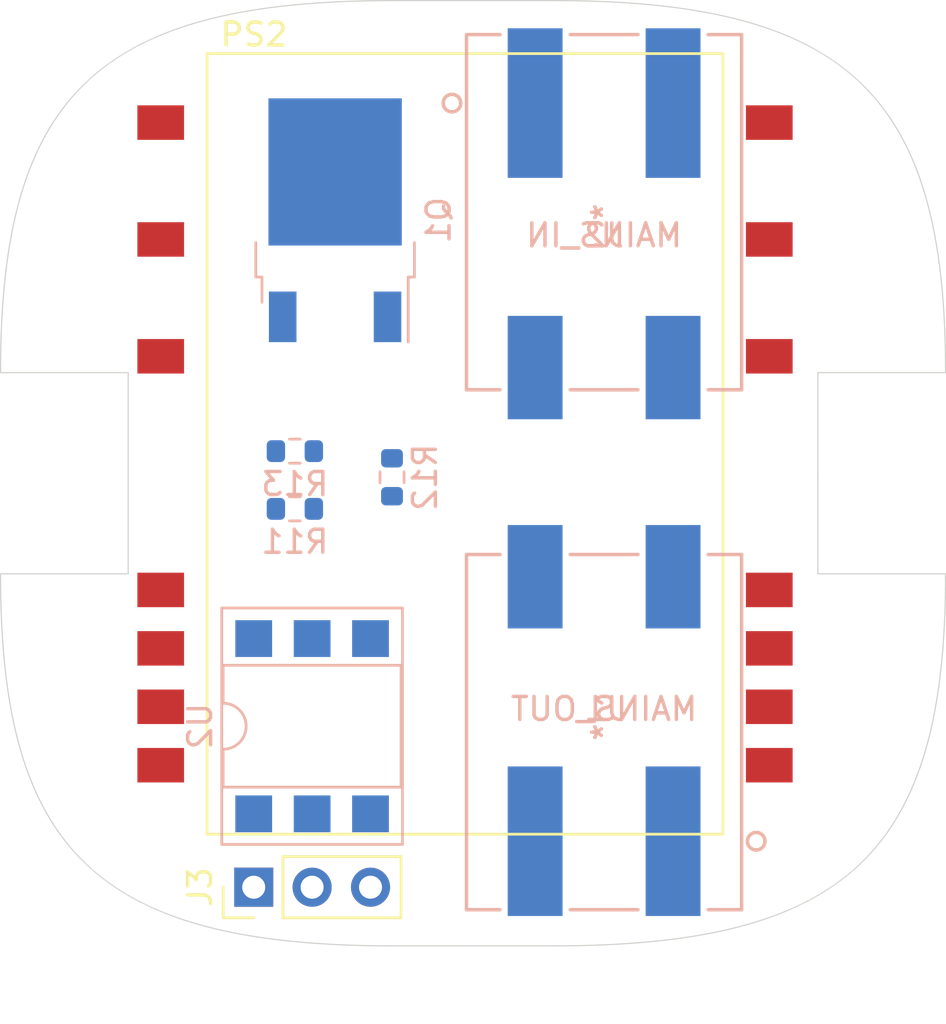
<source format=kicad_pcb>
(kicad_pcb (version 20171130) (host pcbnew 5.1.9-73d0e3b20d~88~ubuntu20.04.1)

  (general
    (thickness 1.6)
    (drawings 16)
    (tracks 0)
    (zones 0)
    (modules 9)
    (nets 13)
  )

  (page A4)
  (layers
    (0 F.Cu signal)
    (31 B.Cu signal)
    (32 B.Adhes user)
    (33 F.Adhes user)
    (34 B.Paste user)
    (35 F.Paste user)
    (36 B.SilkS user)
    (37 F.SilkS user)
    (38 B.Mask user)
    (39 F.Mask user)
    (40 Dwgs.User user)
    (41 Cmts.User user)
    (42 Eco1.User user)
    (43 Eco2.User user)
    (44 Edge.Cuts user)
    (45 Margin user)
    (46 B.CrtYd user)
    (47 F.CrtYd user)
    (48 B.Fab user)
    (49 F.Fab user)
  )

  (setup
    (last_trace_width 0.25)
    (user_trace_width 0.5)
    (user_trace_width 1.2)
    (trace_clearance 0.2)
    (zone_clearance 0.508)
    (zone_45_only no)
    (trace_min 0.2)
    (via_size 0.8)
    (via_drill 0.4)
    (via_min_size 0.4)
    (via_min_drill 0.3)
    (uvia_size 0.3)
    (uvia_drill 0.1)
    (uvias_allowed no)
    (uvia_min_size 0.2)
    (uvia_min_drill 0.1)
    (edge_width 0.05)
    (segment_width 0.2)
    (pcb_text_width 0.3)
    (pcb_text_size 1.5 1.5)
    (mod_edge_width 0.12)
    (mod_text_size 1 1)
    (mod_text_width 0.15)
    (pad_size 1 1)
    (pad_drill 0)
    (pad_to_mask_clearance 0.051)
    (solder_mask_min_width 0.25)
    (aux_axis_origin 0 0)
    (grid_origin 78.3 43.85)
    (visible_elements FFFFFF7F)
    (pcbplotparams
      (layerselection 0x010fc_ffffffff)
      (usegerberextensions false)
      (usegerberattributes false)
      (usegerberadvancedattributes false)
      (creategerberjobfile false)
      (excludeedgelayer true)
      (linewidth 0.100000)
      (plotframeref false)
      (viasonmask false)
      (mode 1)
      (useauxorigin false)
      (hpglpennumber 1)
      (hpglpenspeed 20)
      (hpglpendiameter 15.000000)
      (psnegative false)
      (psa4output false)
      (plotreference true)
      (plotvalue true)
      (plotinvisibletext false)
      (padsonsilk false)
      (subtractmaskfromsilk false)
      (outputformat 1)
      (mirror false)
      (drillshape 1)
      (scaleselection 1)
      (outputdirectory ""))
  )

  (net 0 "")
  (net 1 GND)
  (net 2 +3V3)
  (net 3 "Net-(J1-Pad2)")
  (net 4 "Net-(J1-Pad1)")
  (net 5 "Net-(J2-Pad2)")
  (net 6 "Net-(Q1-Pad3)")
  (net 7 "Net-(R11-Pad2)")
  (net 8 "Net-(R12-Pad2)")
  (net 9 /AC_PWR_CTL)
  (net 10 "Net-(R13-Pad1)")
  (net 11 "Net-(U2-Pad3)")
  (net 12 "Net-(U2-Pad5)")

  (net_class Default "This is the default net class."
    (clearance 0.2)
    (trace_width 0.25)
    (via_dia 0.8)
    (via_drill 0.4)
    (uvia_dia 0.3)
    (uvia_drill 0.1)
    (add_net +3V3)
    (add_net /AC_PWR_CTL)
    (add_net GND)
    (add_net "Net-(J1-Pad1)")
    (add_net "Net-(J1-Pad2)")
    (add_net "Net-(J2-Pad2)")
    (add_net "Net-(Q1-Pad3)")
    (add_net "Net-(R11-Pad2)")
    (add_net "Net-(R12-Pad2)")
    (add_net "Net-(R13-Pad1)")
    (add_net "Net-(U2-Pad3)")
    (add_net "Net-(U2-Pad5)")
  )

  (module Package_DIP:DIP-6_W7.62mm_SMDSocket_SmallPads (layer B.Cu) (tedit 5A02E8C5) (tstamp 6033E0D9)
    (at 71.3 54.85 270)
    (descr "6-lead though-hole mounted DIP package, row spacing 7.62 mm (300 mils), SMDSocket, SmallPads")
    (tags "THT DIP DIL PDIP 2.54mm 7.62mm 300mil SMDSocket SmallPads")
    (path /5FF89C09)
    (attr smd)
    (fp_text reference U2 (at 0 4.87 270) (layer B.SilkS)
      (effects (font (size 1 1) (thickness 0.15)) (justify mirror))
    )
    (fp_text value MOC3033M (at 0 -4.87 270) (layer B.Fab)
      (effects (font (size 1 1) (thickness 0.15)) (justify mirror))
    )
    (fp_line (start -2.175 3.81) (end 3.175 3.81) (layer B.Fab) (width 0.1))
    (fp_line (start 3.175 3.81) (end 3.175 -3.81) (layer B.Fab) (width 0.1))
    (fp_line (start 3.175 -3.81) (end -3.175 -3.81) (layer B.Fab) (width 0.1))
    (fp_line (start -3.175 -3.81) (end -3.175 2.81) (layer B.Fab) (width 0.1))
    (fp_line (start -3.175 2.81) (end -2.175 3.81) (layer B.Fab) (width 0.1))
    (fp_line (start -5.08 3.87) (end -5.08 -3.87) (layer B.Fab) (width 0.1))
    (fp_line (start -5.08 -3.87) (end 5.08 -3.87) (layer B.Fab) (width 0.1))
    (fp_line (start 5.08 -3.87) (end 5.08 3.87) (layer B.Fab) (width 0.1))
    (fp_line (start 5.08 3.87) (end -5.08 3.87) (layer B.Fab) (width 0.1))
    (fp_line (start -1 3.87) (end -2.65 3.87) (layer B.SilkS) (width 0.12))
    (fp_line (start -2.65 3.87) (end -2.65 -3.87) (layer B.SilkS) (width 0.12))
    (fp_line (start -2.65 -3.87) (end 2.65 -3.87) (layer B.SilkS) (width 0.12))
    (fp_line (start 2.65 -3.87) (end 2.65 3.87) (layer B.SilkS) (width 0.12))
    (fp_line (start 2.65 3.87) (end 1 3.87) (layer B.SilkS) (width 0.12))
    (fp_line (start -5.14 3.93) (end -5.14 -3.93) (layer B.SilkS) (width 0.12))
    (fp_line (start -5.14 -3.93) (end 5.14 -3.93) (layer B.SilkS) (width 0.12))
    (fp_line (start 5.14 -3.93) (end 5.14 3.93) (layer B.SilkS) (width 0.12))
    (fp_line (start 5.14 3.93) (end -5.14 3.93) (layer B.SilkS) (width 0.12))
    (fp_line (start -5.35 4.15) (end -5.35 -4.15) (layer B.CrtYd) (width 0.05))
    (fp_line (start -5.35 -4.15) (end 5.35 -4.15) (layer B.CrtYd) (width 0.05))
    (fp_line (start 5.35 -4.15) (end 5.35 4.15) (layer B.CrtYd) (width 0.05))
    (fp_line (start 5.35 4.15) (end -5.35 4.15) (layer B.CrtYd) (width 0.05))
    (fp_text user %R (at 0 0 270) (layer B.Fab)
      (effects (font (size 1 1) (thickness 0.15)) (justify mirror))
    )
    (fp_arc (start 0 3.87) (end -1 3.87) (angle 180) (layer B.SilkS) (width 0.12))
    (pad 6 smd rect (at 3.81 2.54 270) (size 1.6 1.6) (layers B.Cu B.Paste B.Mask)
      (net 7 "Net-(R11-Pad2)"))
    (pad 3 smd rect (at -3.81 -2.54 270) (size 1.6 1.6) (layers B.Cu B.Paste B.Mask)
      (net 11 "Net-(U2-Pad3)"))
    (pad 5 smd rect (at 3.81 0 270) (size 1.6 1.6) (layers B.Cu B.Paste B.Mask)
      (net 12 "Net-(U2-Pad5)"))
    (pad 2 smd rect (at -3.81 0 270) (size 1.6 1.6) (layers B.Cu B.Paste B.Mask)
      (net 1 GND))
    (pad 4 smd rect (at 3.81 -2.54 270) (size 1.6 1.6) (layers B.Cu B.Paste B.Mask)
      (net 8 "Net-(R12-Pad2)"))
    (pad 1 smd rect (at -3.81 2.54 270) (size 1.6 1.6) (layers B.Cu B.Paste B.Mask)
      (net 10 "Net-(R13-Pad1)"))
    (model ${KISYS3DMOD}/Package_DIP.3dshapes/DIP-6_W7.62mm_SMDSocket.wrl
      (at (xyz 0 0 0))
      (scale (xyz 1 1 1))
      (rotate (xyz 0 0 0))
    )
  )

  (module WAGO_2061_602:2061-602_998-404 (layer B.Cu) (tedit 0) (tstamp 6033B652)
    (at 84 32.5)
    (path /60566CFC)
    (fp_text reference J2 (at 0 1.006551 180) (layer B.SilkS)
      (effects (font (size 1 1) (thickness 0.15)) (justify mirror))
    )
    (fp_text value MAINS_IN (at 0 1.006551 180) (layer B.SilkS)
      (effects (font (size 1 1) (thickness 0.15)) (justify mirror))
    )
    (fp_line (start -1.473462 -7.7216) (end 1.473462 -7.7216) (layer B.SilkS) (width 0.1524))
    (fp_line (start 4.526542 -7.7216) (end 5.9817 -7.7216) (layer B.SilkS) (width 0.1524))
    (fp_line (start -4.526542 7.7216) (end -5.9817 7.7216) (layer B.SilkS) (width 0.1524))
    (fp_line (start 1.473462 7.7216) (end -1.473462 7.7216) (layer B.SilkS) (width 0.1524))
    (fp_line (start -5.9817 -7.7216) (end -4.526542 -7.7216) (layer B.SilkS) (width 0.1524))
    (fp_line (start 5.9817 -7.7216) (end 5.9817 7.7216) (layer B.SilkS) (width 0.1524))
    (fp_line (start 5.9817 7.7216) (end 4.526542 7.7216) (layer B.SilkS) (width 0.1524))
    (fp_line (start -5.9817 7.7216) (end -5.9817 -7.7216) (layer B.SilkS) (width 0.1524))
    (fp_line (start -5.8547 -7.5946) (end 5.8547 -7.5946) (layer B.Fab) (width 0.1524))
    (fp_line (start 5.8547 -7.5946) (end 5.8547 7.5946) (layer B.Fab) (width 0.1524))
    (fp_line (start 5.8547 7.5946) (end -5.8547 7.5946) (layer B.Fab) (width 0.1524))
    (fp_line (start -5.8547 7.5946) (end -5.8547 -7.5946) (layer B.Fab) (width 0.1524))
    (fp_line (start 4.408351 -7.795766) (end 6.009775 -7.795766) (layer B.CrtYd) (width 0.1524))
    (fp_line (start 6.009775 -7.795766) (end 6.009778 7.795764) (layer B.CrtYd) (width 0.1524))
    (fp_line (start 6.009778 7.795764) (end 4.312936 7.795764) (layer B.CrtYd) (width 0.1524))
    (fp_line (start 4.312936 7.795764) (end 4.312936 9.228777) (layer B.CrtYd) (width 0.1524))
    (fp_line (start 4.312936 9.228777) (end 1.687067 9.228777) (layer B.CrtYd) (width 0.1524))
    (fp_line (start 1.687067 9.228777) (end -4.439936 9.228777) (layer B.CrtYd) (width 0.1524))
    (fp_line (start -4.439936 9.228777) (end -4.439936 9.228777) (layer B.CrtYd) (width 0.1524))
    (fp_line (start -4.439936 9.228777) (end -4.439936 9.228777) (layer B.CrtYd) (width 0.1524))
    (fp_line (start -4.439936 9.228777) (end -4.439936 9.228777) (layer B.CrtYd) (width 0.1524))
    (fp_line (start -4.439936 9.228777) (end -4.439936 7.795764) (layer B.CrtYd) (width 0.1524))
    (fp_line (start -4.439936 7.795764) (end -6.009778 7.795764) (layer B.CrtYd) (width 0.1524))
    (fp_line (start -6.009778 7.795764) (end -6.009778 -7.795763) (layer B.CrtYd) (width 0.1524))
    (fp_line (start -6.009778 -7.795763) (end -4.408352 -7.795764) (layer B.CrtYd) (width 0.1524))
    (fp_line (start -4.408352 -7.795764) (end -4.408352 -8.233082) (layer B.CrtYd) (width 0.1524))
    (fp_line (start -4.408352 -8.233082) (end -1.718652 -8.233083) (layer B.CrtYd) (width 0.1524))
    (fp_line (start -1.718652 -8.233083) (end 4.408351 -8.233083) (layer B.CrtYd) (width 0.1524))
    (fp_line (start 4.408351 -8.233083) (end 4.408351 -8.233083) (layer B.CrtYd) (width 0.1524))
    (fp_line (start 4.408351 -8.233083) (end 4.408351 -8.233083) (layer B.CrtYd) (width 0.1524))
    (fp_line (start 4.408351 -8.233083) (end 4.408351 -8.233083) (layer B.CrtYd) (width 0.1524))
    (fp_line (start 4.408351 -8.233083) (end 4.408351 -7.795766) (layer B.CrtYd) (width 0.1524))
    (fp_circle (center -6.6167 -4.743448) (end -6.2357 -4.743448) (layer B.SilkS) (width 0.1524))
    (fp_circle (center -6.6167 -4.743448) (end -6.2357 -4.743448) (layer F.SilkS) (width 0.1524))
    (fp_circle (center -3.000002 1.006551) (end -2.619002 1.006551) (layer B.Fab) (width 0.1524))
    (fp_text user * (at 0 0 270) (layer B.Fab)
      (effects (font (size 1 1) (thickness 0.15)) (justify mirror))
    )
    (fp_text user * (at 0 0 270) (layer B.SilkS)
      (effects (font (size 1 1) (thickness 0.15)) (justify mirror))
    )
    (fp_text user "Copyright 2016 Accelerated Designs. All rights reserved." (at 0 0 180) (layer Cmts.User)
      (effects (font (size 0.127 0.127) (thickness 0.002)))
    )
    (pad 4 smd rect (at 3.000002 6.75655 180) (size 2.3876 4.4958) (layers B.Cu B.Paste B.Mask))
    (pad 3 smd rect (at -3.000002 6.75655 180) (size 2.3876 4.4958) (layers B.Cu B.Paste B.Mask))
    (pad 2 smd rect (at 3.000002 -4.743448 180) (size 2.3876 6.5024) (layers B.Cu B.Paste B.Mask)
      (net 5 "Net-(J2-Pad2)"))
    (pad 1 smd rect (at -3.000002 -4.743448 180) (size 2.3876 6.5024) (layers B.Cu B.Paste B.Mask)
      (net 4 "Net-(J1-Pad1)"))
    (model ${KIPRJMOD}/../../../utilities/kicad-libs/WAGO_2061_602/WAGO_2061_602.models/2061-602_998-404.stp
      (offset (xyz 5.85 -7.3 0))
      (scale (xyz 1 1 1))
      (rotate (xyz -90 0 90))
    )
  )

  (module WAGO_2061_602:2061-602_998-404 (layer B.Cu) (tedit 0) (tstamp 6033B55E)
    (at 84 55.106552 180)
    (path /6056342F)
    (fp_text reference J1 (at 0 1.006551 180) (layer B.SilkS)
      (effects (font (size 1 1) (thickness 0.15)) (justify mirror))
    )
    (fp_text value MAINS_OUT (at 0 1.006551 180) (layer B.SilkS)
      (effects (font (size 1 1) (thickness 0.15)) (justify mirror))
    )
    (fp_line (start -1.473462 -7.7216) (end 1.473462 -7.7216) (layer B.SilkS) (width 0.1524))
    (fp_line (start 4.526542 -7.7216) (end 5.9817 -7.7216) (layer B.SilkS) (width 0.1524))
    (fp_line (start -4.526542 7.7216) (end -5.9817 7.7216) (layer B.SilkS) (width 0.1524))
    (fp_line (start 1.473462 7.7216) (end -1.473462 7.7216) (layer B.SilkS) (width 0.1524))
    (fp_line (start -5.9817 -7.7216) (end -4.526542 -7.7216) (layer B.SilkS) (width 0.1524))
    (fp_line (start 5.9817 -7.7216) (end 5.9817 7.7216) (layer B.SilkS) (width 0.1524))
    (fp_line (start 5.9817 7.7216) (end 4.526542 7.7216) (layer B.SilkS) (width 0.1524))
    (fp_line (start -5.9817 7.7216) (end -5.9817 -7.7216) (layer B.SilkS) (width 0.1524))
    (fp_line (start -5.8547 -7.5946) (end 5.8547 -7.5946) (layer B.Fab) (width 0.1524))
    (fp_line (start 5.8547 -7.5946) (end 5.8547 7.5946) (layer B.Fab) (width 0.1524))
    (fp_line (start 5.8547 7.5946) (end -5.8547 7.5946) (layer B.Fab) (width 0.1524))
    (fp_line (start -5.8547 7.5946) (end -5.8547 -7.5946) (layer B.Fab) (width 0.1524))
    (fp_line (start 4.408351 -7.795766) (end 6.009775 -7.795766) (layer B.CrtYd) (width 0.1524))
    (fp_line (start 6.009775 -7.795766) (end 6.009778 7.795764) (layer B.CrtYd) (width 0.1524))
    (fp_line (start 6.009778 7.795764) (end 4.312936 7.795764) (layer B.CrtYd) (width 0.1524))
    (fp_line (start 4.312936 7.795764) (end 4.312936 9.228777) (layer B.CrtYd) (width 0.1524))
    (fp_line (start 4.312936 9.228777) (end 1.687067 9.228777) (layer B.CrtYd) (width 0.1524))
    (fp_line (start 1.687067 9.228777) (end -4.439936 9.228777) (layer B.CrtYd) (width 0.1524))
    (fp_line (start -4.439936 9.228777) (end -4.439936 9.228777) (layer B.CrtYd) (width 0.1524))
    (fp_line (start -4.439936 9.228777) (end -4.439936 9.228777) (layer B.CrtYd) (width 0.1524))
    (fp_line (start -4.439936 9.228777) (end -4.439936 9.228777) (layer B.CrtYd) (width 0.1524))
    (fp_line (start -4.439936 9.228777) (end -4.439936 7.795764) (layer B.CrtYd) (width 0.1524))
    (fp_line (start -4.439936 7.795764) (end -6.009778 7.795764) (layer B.CrtYd) (width 0.1524))
    (fp_line (start -6.009778 7.795764) (end -6.009778 -7.795763) (layer B.CrtYd) (width 0.1524))
    (fp_line (start -6.009778 -7.795763) (end -4.408352 -7.795764) (layer B.CrtYd) (width 0.1524))
    (fp_line (start -4.408352 -7.795764) (end -4.408352 -8.233082) (layer B.CrtYd) (width 0.1524))
    (fp_line (start -4.408352 -8.233082) (end -1.718652 -8.233083) (layer B.CrtYd) (width 0.1524))
    (fp_line (start -1.718652 -8.233083) (end 4.408351 -8.233083) (layer B.CrtYd) (width 0.1524))
    (fp_line (start 4.408351 -8.233083) (end 4.408351 -8.233083) (layer B.CrtYd) (width 0.1524))
    (fp_line (start 4.408351 -8.233083) (end 4.408351 -8.233083) (layer B.CrtYd) (width 0.1524))
    (fp_line (start 4.408351 -8.233083) (end 4.408351 -8.233083) (layer B.CrtYd) (width 0.1524))
    (fp_line (start 4.408351 -8.233083) (end 4.408351 -7.795766) (layer B.CrtYd) (width 0.1524))
    (fp_circle (center -6.6167 -4.743448) (end -6.2357 -4.743448) (layer B.SilkS) (width 0.1524))
    (fp_circle (center -6.6167 -4.743448) (end -6.2357 -4.743448) (layer F.SilkS) (width 0.1524))
    (fp_circle (center -3.000002 1.006551) (end -2.619002 1.006551) (layer B.Fab) (width 0.1524))
    (fp_text user * (at 0 0 -90) (layer B.Fab)
      (effects (font (size 1 1) (thickness 0.15)) (justify mirror))
    )
    (fp_text user * (at 0 0 -90) (layer B.SilkS)
      (effects (font (size 1 1) (thickness 0.15)) (justify mirror))
    )
    (fp_text user "Copyright 2016 Accelerated Designs. All rights reserved." (at 0 0 180) (layer Cmts.User)
      (effects (font (size 0.127 0.127) (thickness 0.002)))
    )
    (pad 4 smd rect (at 3.000002 6.75655) (size 2.3876 4.4958) (layers B.Cu B.Paste B.Mask))
    (pad 3 smd rect (at -3.000002 6.75655) (size 2.3876 4.4958) (layers B.Cu B.Paste B.Mask))
    (pad 2 smd rect (at 3.000002 -4.743448) (size 2.3876 6.5024) (layers B.Cu B.Paste B.Mask)
      (net 3 "Net-(J1-Pad2)"))
    (pad 1 smd rect (at -3.000002 -4.743448) (size 2.3876 6.5024) (layers B.Cu B.Paste B.Mask)
      (net 4 "Net-(J1-Pad1)"))
    (model ${KIPRJMOD}/../../../utilities/kicad-libs/WAGO_2061_602/WAGO_2061_602.models/2061-602_998-404.stp
      (offset (xyz 5.8 -7.3 0))
      (scale (xyz 1 1 1))
      (rotate (xyz -90 0 90))
    )
  )

  (module Connector_PinHeader_2.54mm:PinHeader_1x03_P2.54mm_Vertical (layer F.Cu) (tedit 59FED5CC) (tstamp 603351C8)
    (at 68.76 61.85 90)
    (descr "Through hole straight pin header, 1x03, 2.54mm pitch, single row")
    (tags "Through hole pin header THT 1x03 2.54mm single row")
    (path /6033B87E)
    (fp_text reference J3 (at 0 -2.33 90) (layer F.SilkS)
      (effects (font (size 1 1) (thickness 0.15)))
    )
    (fp_text value Inter_PCB_Conn (at 0 7.41 90) (layer F.Fab)
      (effects (font (size 1 1) (thickness 0.15)))
    )
    (fp_line (start 1.8 -1.8) (end -1.8 -1.8) (layer F.CrtYd) (width 0.05))
    (fp_line (start 1.8 6.85) (end 1.8 -1.8) (layer F.CrtYd) (width 0.05))
    (fp_line (start -1.8 6.85) (end 1.8 6.85) (layer F.CrtYd) (width 0.05))
    (fp_line (start -1.8 -1.8) (end -1.8 6.85) (layer F.CrtYd) (width 0.05))
    (fp_line (start -1.33 -1.33) (end 0 -1.33) (layer F.SilkS) (width 0.12))
    (fp_line (start -1.33 0) (end -1.33 -1.33) (layer F.SilkS) (width 0.12))
    (fp_line (start -1.33 1.27) (end 1.33 1.27) (layer F.SilkS) (width 0.12))
    (fp_line (start 1.33 1.27) (end 1.33 6.41) (layer F.SilkS) (width 0.12))
    (fp_line (start -1.33 1.27) (end -1.33 6.41) (layer F.SilkS) (width 0.12))
    (fp_line (start -1.33 6.41) (end 1.33 6.41) (layer F.SilkS) (width 0.12))
    (fp_line (start -1.27 -0.635) (end -0.635 -1.27) (layer F.Fab) (width 0.1))
    (fp_line (start -1.27 6.35) (end -1.27 -0.635) (layer F.Fab) (width 0.1))
    (fp_line (start 1.27 6.35) (end -1.27 6.35) (layer F.Fab) (width 0.1))
    (fp_line (start 1.27 -1.27) (end 1.27 6.35) (layer F.Fab) (width 0.1))
    (fp_line (start -0.635 -1.27) (end 1.27 -1.27) (layer F.Fab) (width 0.1))
    (fp_text user %R (at 0 2.54) (layer F.Fab)
      (effects (font (size 1 1) (thickness 0.15)))
    )
    (pad 3 thru_hole oval (at 0 5.08 90) (size 1.7 1.7) (drill 1) (layers *.Cu *.Mask)
      (net 9 /AC_PWR_CTL))
    (pad 2 thru_hole oval (at 0 2.54 90) (size 1.7 1.7) (drill 1) (layers *.Cu *.Mask)
      (net 2 +3V3))
    (pad 1 thru_hole rect (at 0 0 90) (size 1.7 1.7) (drill 1) (layers *.Cu *.Mask)
      (net 1 GND))
    (model ${KISYS3DMOD}/Connector_PinHeader_2.54mm.3dshapes/PinHeader_1x03_P2.54mm_Vertical.wrl
      (at (xyz 0 0 0))
      (scale (xyz 1 1 1))
      (rotate (xyz 0 0 0))
    )
  )

  (module Resistor_SMD:R_0603_1608Metric (layer B.Cu) (tedit 5F68FEEE) (tstamp 6033DFEC)
    (at 70.55 42.89)
    (descr "Resistor SMD 0603 (1608 Metric), square (rectangular) end terminal, IPC_7351 nominal, (Body size source: IPC-SM-782 page 72, https://www.pcb-3d.com/wordpress/wp-content/uploads/ipc-sm-782a_amendment_1_and_2.pdf), generated with kicad-footprint-generator")
    (tags resistor)
    (path /60487F72)
    (attr smd)
    (fp_text reference R13 (at 0 1.43) (layer B.SilkS)
      (effects (font (size 1 1) (thickness 0.15)) (justify mirror))
    )
    (fp_text value 430R (at 0 -1.43) (layer B.Fab)
      (effects (font (size 1 1) (thickness 0.15)) (justify mirror))
    )
    (fp_line (start 1.48 -0.73) (end -1.48 -0.73) (layer B.CrtYd) (width 0.05))
    (fp_line (start 1.48 0.73) (end 1.48 -0.73) (layer B.CrtYd) (width 0.05))
    (fp_line (start -1.48 0.73) (end 1.48 0.73) (layer B.CrtYd) (width 0.05))
    (fp_line (start -1.48 -0.73) (end -1.48 0.73) (layer B.CrtYd) (width 0.05))
    (fp_line (start -0.237258 -0.5225) (end 0.237258 -0.5225) (layer B.SilkS) (width 0.12))
    (fp_line (start -0.237258 0.5225) (end 0.237258 0.5225) (layer B.SilkS) (width 0.12))
    (fp_line (start 0.8 -0.4125) (end -0.8 -0.4125) (layer B.Fab) (width 0.1))
    (fp_line (start 0.8 0.4125) (end 0.8 -0.4125) (layer B.Fab) (width 0.1))
    (fp_line (start -0.8 0.4125) (end 0.8 0.4125) (layer B.Fab) (width 0.1))
    (fp_line (start -0.8 -0.4125) (end -0.8 0.4125) (layer B.Fab) (width 0.1))
    (fp_text user %R (at 0 0) (layer B.Fab)
      (effects (font (size 0.4 0.4) (thickness 0.06)) (justify mirror))
    )
    (pad 2 smd roundrect (at 0.825 0) (size 0.8 0.95) (layers B.Cu B.Paste B.Mask) (roundrect_rratio 0.25)
      (net 9 /AC_PWR_CTL))
    (pad 1 smd roundrect (at -0.825 0) (size 0.8 0.95) (layers B.Cu B.Paste B.Mask) (roundrect_rratio 0.25)
      (net 10 "Net-(R13-Pad1)"))
    (model ${KISYS3DMOD}/Resistor_SMD.3dshapes/R_0603_1608Metric.wrl
      (at (xyz 0 0 0))
      (scale (xyz 1 1 1))
      (rotate (xyz 0 0 0))
    )
  )

  (module Resistor_SMD:R_0603_1608Metric (layer B.Cu) (tedit 5F68FEEE) (tstamp 6033DFDB)
    (at 74.775 44.025 90)
    (descr "Resistor SMD 0603 (1608 Metric), square (rectangular) end terminal, IPC_7351 nominal, (Body size source: IPC-SM-782 page 72, https://www.pcb-3d.com/wordpress/wp-content/uploads/ipc-sm-782a_amendment_1_and_2.pdf), generated with kicad-footprint-generator")
    (tags resistor)
    (path /604BA65D)
    (attr smd)
    (fp_text reference R12 (at 0 1.43 90) (layer B.SilkS)
      (effects (font (size 1 1) (thickness 0.15)) (justify mirror))
    )
    (fp_text value 180R (at 0 -1.43 90) (layer B.Fab)
      (effects (font (size 1 1) (thickness 0.15)) (justify mirror))
    )
    (fp_line (start 1.48 -0.73) (end -1.48 -0.73) (layer B.CrtYd) (width 0.05))
    (fp_line (start 1.48 0.73) (end 1.48 -0.73) (layer B.CrtYd) (width 0.05))
    (fp_line (start -1.48 0.73) (end 1.48 0.73) (layer B.CrtYd) (width 0.05))
    (fp_line (start -1.48 -0.73) (end -1.48 0.73) (layer B.CrtYd) (width 0.05))
    (fp_line (start -0.237258 -0.5225) (end 0.237258 -0.5225) (layer B.SilkS) (width 0.12))
    (fp_line (start -0.237258 0.5225) (end 0.237258 0.5225) (layer B.SilkS) (width 0.12))
    (fp_line (start 0.8 -0.4125) (end -0.8 -0.4125) (layer B.Fab) (width 0.1))
    (fp_line (start 0.8 0.4125) (end 0.8 -0.4125) (layer B.Fab) (width 0.1))
    (fp_line (start -0.8 0.4125) (end 0.8 0.4125) (layer B.Fab) (width 0.1))
    (fp_line (start -0.8 -0.4125) (end -0.8 0.4125) (layer B.Fab) (width 0.1))
    (fp_text user %R (at 0 0 90) (layer B.Fab)
      (effects (font (size 0.4 0.4) (thickness 0.06)) (justify mirror))
    )
    (pad 2 smd roundrect (at 0.825 0 90) (size 0.8 0.95) (layers B.Cu B.Paste B.Mask) (roundrect_rratio 0.25)
      (net 8 "Net-(R12-Pad2)"))
    (pad 1 smd roundrect (at -0.825 0 90) (size 0.8 0.95) (layers B.Cu B.Paste B.Mask) (roundrect_rratio 0.25)
      (net 6 "Net-(Q1-Pad3)"))
    (model ${KISYS3DMOD}/Resistor_SMD.3dshapes/R_0603_1608Metric.wrl
      (at (xyz 0 0 0))
      (scale (xyz 1 1 1))
      (rotate (xyz 0 0 0))
    )
  )

  (module Resistor_SMD:R_0603_1608Metric (layer B.Cu) (tedit 5F68FEEE) (tstamp 6033DFCA)
    (at 70.55 45.4)
    (descr "Resistor SMD 0603 (1608 Metric), square (rectangular) end terminal, IPC_7351 nominal, (Body size source: IPC-SM-782 page 72, https://www.pcb-3d.com/wordpress/wp-content/uploads/ipc-sm-782a_amendment_1_and_2.pdf), generated with kicad-footprint-generator")
    (tags resistor)
    (path /604B7DB0)
    (attr smd)
    (fp_text reference R11 (at 0 1.43) (layer B.SilkS)
      (effects (font (size 1 1) (thickness 0.15)) (justify mirror))
    )
    (fp_text value 180R (at 0 -1.43) (layer B.Fab)
      (effects (font (size 1 1) (thickness 0.15)) (justify mirror))
    )
    (fp_line (start 1.48 -0.73) (end -1.48 -0.73) (layer B.CrtYd) (width 0.05))
    (fp_line (start 1.48 0.73) (end 1.48 -0.73) (layer B.CrtYd) (width 0.05))
    (fp_line (start -1.48 0.73) (end 1.48 0.73) (layer B.CrtYd) (width 0.05))
    (fp_line (start -1.48 -0.73) (end -1.48 0.73) (layer B.CrtYd) (width 0.05))
    (fp_line (start -0.237258 -0.5225) (end 0.237258 -0.5225) (layer B.SilkS) (width 0.12))
    (fp_line (start -0.237258 0.5225) (end 0.237258 0.5225) (layer B.SilkS) (width 0.12))
    (fp_line (start 0.8 -0.4125) (end -0.8 -0.4125) (layer B.Fab) (width 0.1))
    (fp_line (start 0.8 0.4125) (end 0.8 -0.4125) (layer B.Fab) (width 0.1))
    (fp_line (start -0.8 0.4125) (end 0.8 0.4125) (layer B.Fab) (width 0.1))
    (fp_line (start -0.8 -0.4125) (end -0.8 0.4125) (layer B.Fab) (width 0.1))
    (fp_text user %R (at 0 0) (layer B.Fab)
      (effects (font (size 0.4 0.4) (thickness 0.06)) (justify mirror))
    )
    (pad 2 smd roundrect (at 0.825 0) (size 0.8 0.95) (layers B.Cu B.Paste B.Mask) (roundrect_rratio 0.25)
      (net 7 "Net-(R11-Pad2)"))
    (pad 1 smd roundrect (at -0.825 0) (size 0.8 0.95) (layers B.Cu B.Paste B.Mask) (roundrect_rratio 0.25)
      (net 3 "Net-(J1-Pad2)"))
    (model ${KISYS3DMOD}/Resistor_SMD.3dshapes/R_0603_1608Metric.wrl
      (at (xyz 0 0 0))
      (scale (xyz 1 1 1))
      (rotate (xyz 0 0 0))
    )
  )

  (module Package_TO_SOT_SMD:TO-252-2 (layer B.Cu) (tedit 5A70A390) (tstamp 6033DF0F)
    (at 72.3 32.85 90)
    (descr "TO-252 / DPAK SMD package, http://www.infineon.com/cms/en/product/packages/PG-TO252/PG-TO252-3-1/")
    (tags "DPAK TO-252 DPAK-3 TO-252-3 SOT-428")
    (path /5FF8A8D5)
    (attr smd)
    (fp_text reference Q1 (at 0 4.5 90) (layer B.SilkS)
      (effects (font (size 1 1) (thickness 0.15)) (justify mirror))
    )
    (fp_text value BT136-500 (at 0 -4.5 90) (layer B.Fab)
      (effects (font (size 1 1) (thickness 0.15)) (justify mirror))
    )
    (fp_line (start 5.55 3.5) (end -5.55 3.5) (layer B.CrtYd) (width 0.05))
    (fp_line (start 5.55 -3.5) (end 5.55 3.5) (layer B.CrtYd) (width 0.05))
    (fp_line (start -5.55 -3.5) (end 5.55 -3.5) (layer B.CrtYd) (width 0.05))
    (fp_line (start -5.55 3.5) (end -5.55 -3.5) (layer B.CrtYd) (width 0.05))
    (fp_line (start -2.47 -3.18) (end -3.57 -3.18) (layer B.SilkS) (width 0.12))
    (fp_line (start -2.47 -3.45) (end -2.47 -3.18) (layer B.SilkS) (width 0.12))
    (fp_line (start -0.97 -3.45) (end -2.47 -3.45) (layer B.SilkS) (width 0.12))
    (fp_line (start -2.47 3.18) (end -5.3 3.18) (layer B.SilkS) (width 0.12))
    (fp_line (start -2.47 3.45) (end -2.47 3.18) (layer B.SilkS) (width 0.12))
    (fp_line (start -0.97 3.45) (end -2.47 3.45) (layer B.SilkS) (width 0.12))
    (fp_line (start -4.97 -2.655) (end -2.27 -2.655) (layer B.Fab) (width 0.1))
    (fp_line (start -4.97 -1.905) (end -4.97 -2.655) (layer B.Fab) (width 0.1))
    (fp_line (start -2.27 -1.905) (end -4.97 -1.905) (layer B.Fab) (width 0.1))
    (fp_line (start -4.97 1.905) (end -2.27 1.905) (layer B.Fab) (width 0.1))
    (fp_line (start -4.97 2.655) (end -4.97 1.905) (layer B.Fab) (width 0.1))
    (fp_line (start -1.865 2.655) (end -4.97 2.655) (layer B.Fab) (width 0.1))
    (fp_line (start -1.27 3.25) (end 3.95 3.25) (layer B.Fab) (width 0.1))
    (fp_line (start -2.27 2.25) (end -1.27 3.25) (layer B.Fab) (width 0.1))
    (fp_line (start -2.27 -3.25) (end -2.27 2.25) (layer B.Fab) (width 0.1))
    (fp_line (start 3.95 -3.25) (end -2.27 -3.25) (layer B.Fab) (width 0.1))
    (fp_line (start 3.95 3.25) (end 3.95 -3.25) (layer B.Fab) (width 0.1))
    (fp_line (start 4.95 -2.7) (end 3.95 -2.7) (layer B.Fab) (width 0.1))
    (fp_line (start 4.95 2.7) (end 4.95 -2.7) (layer B.Fab) (width 0.1))
    (fp_line (start 3.95 2.7) (end 4.95 2.7) (layer B.Fab) (width 0.1))
    (fp_text user %R (at 0 0 90) (layer B.Fab)
      (effects (font (size 1 1) (thickness 0.15)) (justify mirror))
    )
    (pad "" smd rect (at 0.425 -1.525 90) (size 3.05 2.75) (layers B.Paste))
    (pad "" smd rect (at 3.775 1.525 90) (size 3.05 2.75) (layers B.Paste))
    (pad "" smd rect (at 0.425 1.525 90) (size 3.05 2.75) (layers B.Paste))
    (pad "" smd rect (at 3.775 -1.525 90) (size 3.05 2.75) (layers B.Paste))
    (pad 2 smd rect (at 2.1 0 90) (size 6.4 5.8) (layers B.Cu B.Mask)
      (net 3 "Net-(J1-Pad2)"))
    (pad 3 smd rect (at -4.2 -2.28 90) (size 2.2 1.2) (layers B.Cu B.Paste B.Mask)
      (net 6 "Net-(Q1-Pad3)"))
    (pad 1 smd rect (at -4.2 2.28 90) (size 2.2 1.2) (layers B.Cu B.Paste B.Mask)
      (net 5 "Net-(J2-Pad2)"))
    (model ${KISYS3DMOD}/Package_TO_SOT_SMD.3dshapes/TO-252-2.wrl
      (at (xyz 0 0 0))
      (scale (xyz 1 1 1))
      (rotate (xyz 0 0 0))
    )
  )

  (module Converter_ACDC:Converter_ACDC_MeanWell_IRM-02-xx_SMD locked (layer F.Cu) (tedit 5B57271E) (tstamp 6033DEEB)
    (at 77.95 42.575)
    (descr "ACDC-Converter, 3W, Meanwell, IRM-02, SMD, https://www.meanwell.com/Upload/PDF/IRM-02/IRM-02-SPEC.PDF")
    (tags "ACDC-Converter 3W")
    (path /603368FD)
    (attr smd)
    (fp_text reference PS2 (at -9.18 -17.8) (layer F.SilkS)
      (effects (font (size 1 1) (thickness 0.15)))
    )
    (fp_text value IRM-02-3.3S (at 0 17.9) (layer F.Fab)
      (effects (font (size 1 1) (thickness 0.15)))
    )
    (fp_line (start -11.1 -15.85) (end -10.1 -16.85) (layer F.Fab) (width 0.1))
    (fp_line (start 11.1 -16.85) (end -10.1 -16.85) (layer F.Fab) (width 0.1))
    (fp_line (start 11.1 16.85) (end 11.1 -16.85) (layer F.Fab) (width 0.1))
    (fp_line (start -11.1 16.85) (end 11.1 16.85) (layer F.Fab) (width 0.1))
    (fp_line (start -11.1 -15.85) (end -11.1 16.85) (layer F.Fab) (width 0.1))
    (fp_line (start 14.5 -17.1) (end 14.5 17.1) (layer F.CrtYd) (width 0.05))
    (fp_line (start -14.5 17.1) (end 14.5 17.1) (layer F.CrtYd) (width 0.05))
    (fp_line (start -14.5 -17.1) (end -14.5 17.1) (layer F.CrtYd) (width 0.05))
    (fp_line (start 14.5 -17.1) (end -14.5 -17.1) (layer F.CrtYd) (width 0.05))
    (fp_line (start -11.22 -16.97) (end 11.22 -16.97) (layer F.SilkS) (width 0.12))
    (fp_line (start -11.22 16.97) (end -11.22 -16.97) (layer F.SilkS) (width 0.12))
    (fp_line (start 11.22 16.97) (end -11.22 16.97) (layer F.SilkS) (width 0.12))
    (fp_line (start 11.22 -16.97) (end 11.22 16.97) (layer F.SilkS) (width 0.12))
    (fp_text user %R (at 0 0) (layer F.Fab)
      (effects (font (size 1 1) (thickness 0.15)))
    )
    (pad 12 smd rect (at -13.235 13.97 270) (size 1.5 2.03) (layers F.Cu F.Paste F.Mask)
      (net 2 +3V3))
    (pad 11 smd rect (at -13.235 11.43 270) (size 1.5 2.03) (layers F.Cu F.Paste F.Mask))
    (pad 10 smd rect (at -13.235 8.89 270) (size 1.5 2.03) (layers F.Cu F.Paste F.Mask))
    (pad 9 smd rect (at -13.235 6.35 270) (size 1.5 2.03) (layers F.Cu F.Paste F.Mask))
    (pad 5 smd rect (at -13.235 -3.81 270) (size 1.5 2.03) (layers F.Cu F.Paste F.Mask))
    (pad 3 smd rect (at -13.235 -8.89 270) (size 1.5 2.03) (layers F.Cu F.Paste F.Mask))
    (pad 1 smd rect (at -13.235 -13.97 270) (size 1.5 2.03) (layers F.Cu F.Paste F.Mask)
      (net 5 "Net-(J2-Pad2)"))
    (pad 13 smd rect (at 13.235 13.97 270) (size 1.5 2.03) (layers F.Cu F.Paste F.Mask)
      (net 1 GND))
    (pad 14 smd rect (at 13.235 11.43 270) (size 1.5 2.03) (layers F.Cu F.Paste F.Mask))
    (pad 15 smd rect (at 13.235 8.89 270) (size 1.5 2.03) (layers F.Cu F.Paste F.Mask))
    (pad 16 smd rect (at 13.235 6.35 270) (size 1.5 2.03) (layers F.Cu F.Paste F.Mask))
    (pad 20 smd rect (at 13.235 -3.81 270) (size 1.5 2.03) (layers F.Cu F.Paste F.Mask))
    (pad 22 smd rect (at 13.235 -8.89 270) (size 1.5 2.03) (layers F.Cu F.Paste F.Mask))
    (pad 24 smd rect (at 13.235 -13.97 270) (size 1.5 2.03) (layers F.Cu F.Paste F.Mask)
      (net 4 "Net-(J1-Pad1)"))
    (model ${KISYS3DMOD}/Converter_ACDC.3dshapes/Converter_ACDC_MeanWell_IRM-02-xx_SMD.wrl
      (at (xyz 0 0 0))
      (scale (xyz 1 1 1))
      (rotate (xyz 0 0 0))
    )
  )

  (gr_line (start 78.3 64.401) (end 74.925 64.401) (angle 90) (layer Edge.Cuts) (width 0.05))
  (gr_curve (pts (xy 74.925 64.401) (xy 62.046 64.423) (xy 57.727 60.355) (xy 57.749 48.225)) (layer Edge.Cuts) (width 0.05))
  (gr_line (start 63.3 48.225) (end 57.749 48.225) (angle 90) (layer Edge.Cuts) (width 0.05))
  (gr_line (start 63.3 43.85) (end 63.3 48.225) (angle 90) (layer Edge.Cuts) (width 0.05))
  (gr_line (start 63.3 43.85) (end 63.3 39.475) (angle 90) (layer Edge.Cuts) (width 0.05))
  (gr_line (start 63.3 39.475) (end 57.749 39.475) (angle 90) (layer Edge.Cuts) (width 0.05))
  (gr_curve (pts (xy 74.925 23.299) (xy 62.046 23.277) (xy 57.727 27.345) (xy 57.749 39.475)) (layer Edge.Cuts) (width 0.05))
  (gr_line (start 78.3 23.299) (end 74.925 23.299) (angle 90) (layer Edge.Cuts) (width 0.05))
  (gr_line (start 78.3 23.299) (end 81.675 23.299) (angle 90) (layer Edge.Cuts) (width 0.05))
  (gr_curve (pts (xy 81.675 23.299) (xy 94.554 23.277) (xy 98.873 27.345) (xy 98.851 39.475)) (layer Edge.Cuts) (width 0.05))
  (gr_line (start 93.3 39.475) (end 98.851 39.475) (angle 90) (layer Edge.Cuts) (width 0.05))
  (gr_line (start 93.3 43.85) (end 93.3 39.475) (angle 90) (layer Edge.Cuts) (width 0.05))
  (gr_line (start 93.3 43.85) (end 93.3 48.225) (angle 90) (layer Edge.Cuts) (width 0.05))
  (gr_line (start 93.3 48.225) (end 98.851 48.225) (angle 90) (layer Edge.Cuts) (width 0.05))
  (gr_curve (pts (xy 81.675 64.401) (xy 94.554 64.423) (xy 98.873 60.355) (xy 98.851 48.225)) (layer Edge.Cuts) (width 0.05))
  (gr_line (start 78.3 64.401) (end 81.675 64.401) (angle 90) (layer Edge.Cuts) (width 0.05))

)

</source>
